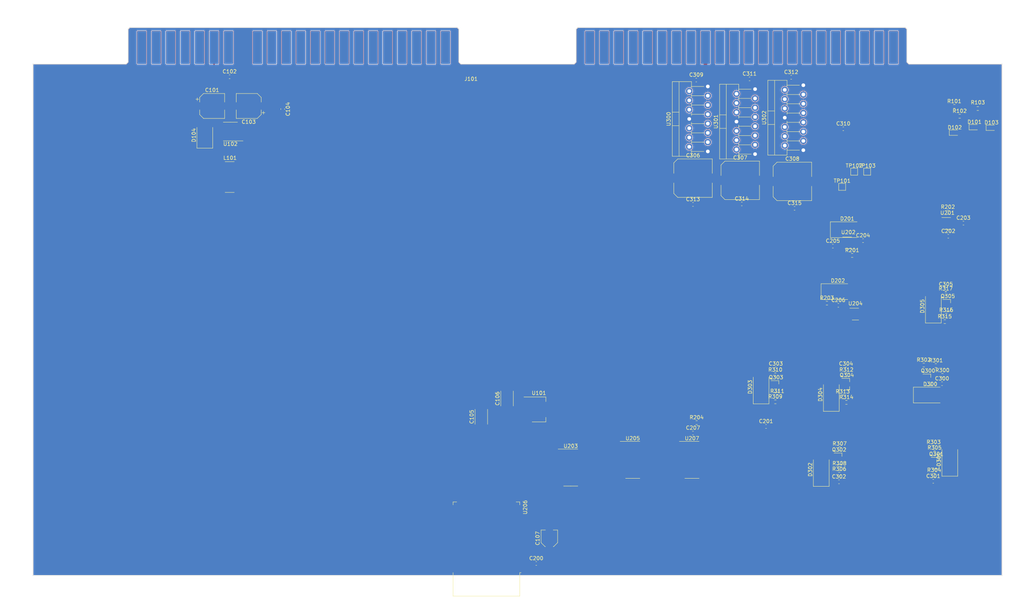
<source format=kicad_pcb>
(kicad_pcb (version 20201116) (generator pcbnew)
  (layers (0 "F.Cu" signal) (31 "B.Cu" signal) (34 "B.Paste" user) (35 "F.Paste" user) (36 "B.SilkS" user "B.Silkscreen") (37 "F.SilkS" user "F.Silkscreen") (38 "B.Mask" user) (39 "F.Mask" user) (44 "Edge.Cuts" user))
  (net 0 "")
  (net 1 "Net-(C105-Pad2)")
  (net 2 "Net-(D101-Pad2)")
  (net 3 "Net-(D102-Pad2)")
  (net 4 "Net-(D103-Pad2)")
  (net 5 "Net-(D104-Pad1)")
  (net 6 "no_connect_174")
  (net 7 "no_connect_172")
  (net 8 "no_connect_170")
  (net 9 "no_connect_168")
  (net 10 "no_connect_166")
  (net 11 "no_connect_163")
  (net 12 "no_connect_161")
  (net 13 "no_connect_159")
  (net 14 "no_connect_154")
  (net 15 "no_connect_147")
  (net 16 "no_connect_142")
  (net 17 "no_connect_140")
  (net 18 "no_connect_139")
  (net 19 "no_connect_136")
  (net 20 "no_connect_135")
  (net 21 "no_connect_134")
  (net 22 "G.3")
  (net 23 "G.4")
  (net 24 "no_connect_132")
  (net 25 "no_connect_130")
  (net 26 "no_connect_129")
  (net 27 "no_connect_128")
  (net 28 "no_connect_127")
  (net 29 "no_connect_184")
  (net 30 "no_connect_181")
  (net 31 "no_connect_178")
  (net 32 "no_connect_176")
  (net 33 "no_connect_164")
  (net 34 "no_connect_152")
  (net 35 "no_connect_137")
  (net 36 "no_connect_138")
  (net 37 "G.5")
  (net 38 "G.6")
  (net 39 "no_connect_153")
  (net 40 "no_connect_165")
  (net 41 "no_connect_177")
  (net 42 "no_connect_179")
  (net 43 "no_connect_180")
  (net 44 "no_connect_182")
  (net 45 "no_connect_183")
  (net 46 "no_connect_131")
  (net 47 "no_connect_133")
  (net 48 "no_connect_141")
  (net 49 "no_connect_143")
  (net 50 "no_connect_144")
  (net 51 "no_connect_145")
  (net 52 "no_connect_146")
  (net 53 "no_connect_148")
  (net 54 "no_connect_149")
  (net 55 "no_connect_150")
  (net 56 "no_connect_151")
  (net 57 "no_connect_155")
  (net 58 "no_connect_156")
  (net 59 "no_connect_157")
  (net 60 "no_connect_158")
  (net 61 "no_connect_160")
  (net 62 "no_connect_162")
  (net 63 "no_connect_167")
  (net 64 "no_connect_169")
  (net 65 "no_connect_171")
  (net 66 "no_connect_173")
  (net 67 "GND")
  (net 68 "+5V")
  (net 69 "no_connect_175")
  (net 70 "Net-(Q300-Pad2)")
  (net 71 "Net-(Q301-Pad2)")
  (net 72 "+24V")
  (net 73 "Net-(Q302-Pad2)")
  (net 74 "VCC")
  (net 75 "A_HALL_PWR")
  (net 76 "B_HALL_PWR")
  (net 77 "C_HALL_PWR")
  (net 78 "D_HALL_PWR")
  (net 79 "E_HALL_PWR")
  (net 80 "F_HALL_PWR")
  (net 81 "ABCDEF_HALL_ROTOR")
  (net 82 "ABCDEF_HALL_INDEX")
  (net 83 "Net-(Q303-Pad2)")
  (net 84 "Net-(Q304-Pad2)")
  (net 85 "Net-(Q305-Pad2)")
  (net 86 "F_MO_POS")
  (net 87 "E_MOT_POS")
  (net 88 "D_MOT_POS")
  (net 89 "C_MOT_POS")
  (net 90 "B_MOT_POS")
  (net 91 "A_MOT_POS")
  (net 92 "F_MOT_NEG")
  (net 93 "E_MOT_NEG")
  (net 94 "D_MOT_NEG")
  (net 95 "C_MOT_NEG")
  (net 96 "B_MOT_NEG")
  (net 97 "A_MOT_NEG")
  (net 98 "ABCDEF_HALL_GND")
  (net 99 "Net-(U102-Pad5)")
  (net 100 "Net-(U203-Pad9)")
  (net 101 "~A_HALL_PWR_EN~")
  (net 102 "Net-(U205-Pad10)")
  (net 103 "~B_HALL_PWR_EN~")
  (net 104 "Net-(U205-Pad9)")
  (net 105 "~C_HALL_PWR_EN~")
  (net 106 "Net-(U205-Pad7)")
  (net 107 "~D_HALL_PWR_EN~")
  (net 108 "Net-(U205-Pad6)")
  (net 109 "~E_HALL_PWR_EN~")
  (net 110 "Net-(U206-Pad1)")
  (net 111 "~F_HALL_PWR_EN~")
  (net 112 "/ESP32_Shiftregs/~HALL_EN_3V~")
  (net 113 "/ESP32_Shiftregs/MOT_EN_3V")
  (net 114 "Net-(U206-Pad37)")
  (net 115 "Net-(U206-Pad36)")
  (net 116 "B_MOT_NEG_DRV")
  (net 117 "GLOBAL_MOT_EN")
  (net 118 "B_MOT_POS_DRV")
  (net 119 "A_MOT_NEG_DRV")
  (net 120 "A_MOT_POS_DRV")
  (net 121 "D_MOT_NEG_DRV")
  (net 122 "D_MOT_POS_DRV")
  (net 123 "C_MOT_NEG_DRV")
  (net 124 "C_MOT_POS_DRV")
  (net 125 "F_MOT_POS")
  (net 126 "F_MOT_NEG_DRV")
  (net 127 "F_MOT_POS_DRV")
  (net 128 "E_MOT_NEG_DRV")
  (net 129 "E_MOT_POS_DRV")
  (net 130 "Net-(U206-Pad35)")
  (net 131 "Net-(U206-Pad34)")
  (net 132 "Net-(U206-Pad33)")
  (net 133 "Net-(U206-Pad31)")
  (net 134 "Net-(U206-Pad30)")
  (net 135 "no_connect_126")
  (net 136 "Net-(U206-Pad29)")
  (net 137 "Net-(U206-Pad28)")
  (net 138 "Net-(U206-Pad27)")
  (net 139 "Net-(U206-Pad26)")
  (net 140 "Net-(U206-Pad25)")
  (net 141 "Net-(U206-Pad24)")
  (net 142 "Net-(U206-Pad23)")
  (net 143 "Net-(U206-Pad22)")
  (net 144 "Net-(U206-Pad21)")
  (net 145 "Net-(U206-Pad20)")
  (net 146 "Net-(U206-Pad19)")
  (net 147 "Net-(U206-Pad18)")
  (net 148 "Net-(U206-Pad17)")
  (net 149 "Net-(U206-Pad16)")
  (net 150 "Net-(U206-Pad14)")
  (net 151 "Net-(U206-Pad13)")
  (net 152 "Net-(U206-Pad4)")
  (net 153 "/ESP32_Shiftregs/HALL_ROTOR_3V")
  (net 154 "/ESP32_Shiftregs/SPI_COPI")
  (net 155 "/ESP32_Shiftregs/HALL_INDEX_3V")
  (net 156 "/ESP32_Shiftregs/~SPI_CS0~")
  (net 157 "/ESP32_Shiftregs/SPI_SCLK")
  (net 158 "Net-(U206-Pad3)")
  (net 159 "Net-(U205-Pad5)")
  (net 160 "Net-(U205-Pad4)")
  (net 161 "/ESP32_Shiftregs/A_MOT_POS_DRV")
  (net 162 "/ESP32_Shiftregs/D_MOT_NEG_DRV")
  (net 163 "/ESP32_Shiftregs/D_MOT_POS_DRV")
  (net 164 "/ESP32_Shiftregs/C_MOT_NEG_DRV")
  (net 165 "/ESP32_Shiftregs/C_MOT_POS_DRV")
  (net 166 "/ESP32_Shiftregs/B_MOT_NEG_DRV")
  (net 167 "/ESP32_Shiftregs/B_MOT_POS_DRV")
  (net 168 "/ESP32_Shiftregs/A_MOT_NEG_DRV")
  (net 169 "/ESP32_Shiftregs/E_MOT_POS_DRV")
  (net 170 "Net-(U207-Pad10)")
  (net 171 "Net-(U207-Pad9)")
  (net 172 "Net-(U207-Pad7)")
  (net 173 "Net-(U207-Pad6)")
  (net 174 "Net-(U207-Pad5)")
  (net 175 "Net-(U206-Pad5)")
  (net 176 "/ESP32_Shiftregs/F_MOT_NEG_DRV")
  (net 177 "/ESP32_Shiftregs/F_MOT_POS_DRV")
  (net 178 "/ESP32_Shiftregs/E_MOT_NEG_DRV")
  (net 179 "/ESP32_Shiftregs/~A_HALL_PWR_EN~")
  (net 180 "/ESP32_Shiftregs/~E_HALL_PWR_EN~")
  (net 181 "/ESP32_Shiftregs/~D_HALL_PWR_EN~")
  (net 182 "/ESP32_Shiftregs/~C_HALL_PWR_EN~")
  (net 183 "/ESP32_Shiftregs/~B_HALL_PWR_EN~")
  (footprint "autophon-nerdblatt:autophon-pcb-edge-connector" (layer "F.Cu") (at 211.5 77.5)
    (fp_text reference "J101")
    (fp_text value "board-edge-connector")
    (fp_line (start -15.5 0) (end 15.5 0) (layer "Edge.Cuts") (width 0.12))
    (fp_line (start 16 -0.5) (end 16 -9.5) (layer "Edge.Cuts") (width 0.12))
    (fp_line (start 106.5 -0.5) (end 106.5 -9.5) (layer "Edge.Cuts") (width 0.12))
    (fp_line (start -16 -0.5) (end -16 -9.5) (layer "Edge.Cuts") (width 0.12))
    (fp_line (start 15.5 0) (end 16 -0.5) (layer "Edge.Cuts") (width 0.12))
    (fp_line (start 16 -9.5) (end 16.5 -10) (layer "Edge.Cuts") (width 0.12))
    (fp_line (start -107 0) (end -106.5 -0.5) (layer "Edge.Cuts") (width 0.12))
    (fp_line (start -106 -10) (end -16.5 -10) (layer "Edge.Cuts") (width 0.12))
    (fp_line (start 107 0) (end 132.5 0) (layer "Edge.Cuts") (width 0.12))
    (fp_line (start -16 -0.5) (end -15.5 0) (layer "Edge.Cuts") (width 0.12))
    (fp_line (start -132.5 0) (end -107 0) (layer "Edge.Cuts") (width 0.12))
    (fp_line (start -16.5 -10) (end -16 -9.5) (layer "Edge.Cuts") (width 0.12))
    (fp_line (start 16.5 -10) (end 106 -10) (layer "Edge.Cuts") (width 0.12))
    (fp_line (start 106 -10) (end 106.5 -9.5) (layer "Edge.Cuts") (width 0.12))
    (fp_line (start 106.5 -0.5) (end 107 0) (layer "Edge.Cuts") (width 0.12))
    (fp_line (start -106.5 -0.5) (end -106.5 -9.5) (layer "Edge.Cuts") (width 0.12))
    (fp_line (start -106.5 -9.5) (end -106 -10) (layer "Edge.Cuts") (width 0.12))
  )
  (footprint "Capacitor_SMD:CP_Elec_6.3x7.7" (layer "F.Cu") (at 128 89)
    (fp_text reference "C101")
    (fp_text value "120u")
  )
  (footprint "Capacitor_SMD:C_0603_1608Metric" (layer "F.Cu") (at 132.775 81)
    (fp_text reference "C102")
    (fp_text value "100n/25V")
  )
  (footprint "Capacitor_SMD:CP_Elec_6.3x7.7" (layer "F.Cu") (at 138 89 180)
    (fp_text reference "C103")
    (fp_text value "120u")
  )
  (footprint "Capacitor_SMD:C_0603_1608Metric" (layer "F.Cu") (at 147.3 89.85 -90)
    (fp_text reference "C104")
    (fp_text value "100n")
  )
  (footprint "Capacitor_SMD:C_Elec_4x5.8" (layer "F.Cu") (at 220.2 207.3 90)
    (fp_text reference "C107")
    (fp_text value "22u")
  )
  (footprint "Capacitor_SMD:C_0603_1608Metric" (layer "F.Cu") (at 259.475 115.95)
    (fp_text reference "C313")
    (fp_text value "100n/25V")
  )
  (footprint "Capacitor_SMD:C_0603_1608Metric" (layer "F.Cu") (at 272.825 115.8)
    (fp_text reference "C314")
    (fp_text value "100n/25V")
  )
  (footprint "Capacitor_SMD:C_0603_1608Metric" (layer "F.Cu") (at 287.25 117)
    (fp_text reference "C315")
    (fp_text value "100n/25V")
  )
  (footprint "Capacitor_SMD:C_0603_1608Metric" (layer "F.Cu") (at 260.375 81.9)
    (fp_text reference "C309")
    (fp_text value "100n")
  )
  (footprint "Capacitor_SMD:C_0603_1608Metric" (layer "F.Cu") (at 300.575 95.25)
    (fp_text reference "C310")
    (fp_text value "100n")
  )
  (footprint "Capacitor_SMD:C_0603_1608Metric" (layer "F.Cu") (at 274.95 81.6)
    (fp_text reference "C311")
    (fp_text value "100n")
  )
  (footprint "Capacitor_SMD:C_0603_1608Metric" (layer "F.Cu") (at 286.325 81.15)
    (fp_text reference "C312")
    (fp_text value "100n")
  )
  (footprint "Capacitor_SMD:C_0603_1608Metric" (layer "F.Cu") (at 327.575 165)
    (fp_text reference "C300")
    (fp_text value "100n")
  )
  (footprint "Capacitor_SMD:C_0603_1608Metric" (layer "F.Cu") (at 325.175 191.7)
    (fp_text reference "C301")
    (fp_text value "100n")
  )
  (footprint "Capacitor_SMD:C_0603_1608Metric" (layer "F.Cu") (at 299.4 191.85)
    (fp_text reference "C302")
    (fp_text value "100n")
  )
  (footprint "Capacitor_SMD:C_0603_1608Metric" (layer "F.Cu") (at 282.125 160.95)
    (fp_text reference "C303")
    (fp_text value "100n")
  )
  (footprint "Capacitor_SMD:C_0603_1608Metric" (layer "F.Cu") (at 301.325 160.95)
    (fp_text reference "C304")
    (fp_text value "100n")
  )
  (footprint "Capacitor_SMD:C_0603_1608Metric" (layer "F.Cu") (at 328.625 139.2)
    (fp_text reference "C305")
    (fp_text value "100n")
  )
  (footprint "Capacitor_SMD:C_0603_1608Metric" (layer "F.Cu") (at 297.725 127.35)
    (fp_text reference "C205")
    (fp_text value "1n")
  )
  (footprint "Capacitor_SMD:C_0603_1608Metric" (layer "F.Cu") (at 333.425 121.05)
    (fp_text reference "C203")
    (fp_text value "1n")
  )
  (footprint "LED_SMD:LED_0603_1608Metric" (layer "F.Cu") (at 336.45 94.8)
    (fp_text reference "D101")
    (fp_text value "LED gn")
  )
  (footprint "LED_SMD:LED_0603_1608Metric" (layer "F.Cu") (at 331.05 96.3)
    (fp_text reference "D102")
    (fp_text value "LED gn")
  )
  (footprint "LED_SMD:LED_0603_1608Metric" (layer "F.Cu") (at 341.1 94.95)
    (fp_text reference "D103")
    (fp_text value "LED gn")
  )
  (footprint "Diode_SMD:D_SMB_Handsoldering" (layer "F.Cu") (at 324.35 168.1)
    (fp_text reference "D300")
    (fp_text value "5v1")
  )
  (footprint "Diode_SMD:D_SMB_Handsoldering" (layer "F.Cu") (at 329.7 185.7 90)
    (fp_text reference "D301")
    (fp_text value "5v1")
  )
  (footprint "Diode_SMD:D_SMB_Handsoldering" (layer "F.Cu") (at 294.55 188.5 90)
    (fp_text reference "D302")
    (fp_text value "5v1")
  )
  (footprint "Diode_SMD:D_SMB_Handsoldering" (layer "F.Cu") (at 278.1 165.9 90)
    (fp_text reference "D303")
    (fp_text value "5v1")
  )
  (footprint "Diode_SMD:D_SMB_Handsoldering" (layer "F.Cu") (at 297.3 167.95 90)
    (fp_text reference "D304")
    (fp_text value "5v1")
  )
  (footprint "Diode_SMD:D_SMB_Handsoldering" (layer "F.Cu") (at 325.2 143.8 90)
    (fp_text reference "D305")
    (fp_text value "5v1")
  )
  (footprint "Diode_SMD:D_SMB_Handsoldering" (layer "F.Cu") (at 299.1 139.8)
    (fp_text reference "D202")
    (fp_text value "5v1")
  )
  (footprint "Diode_SMD:D_SMB_Handsoldering" (layer "F.Cu") (at 301.65 122.85)
    (fp_text reference "D201")
    (fp_text value "5v1")
  )
  (footprint "Inductor_SMD:L_Bourns-SRN8040_8x8.15mm" (layer "F.Cu") (at 132.8 108.45)
    (fp_text reference "L101")
    (fp_text value "100uH")
  )
  (footprint "Package_TO_SOT_SMD:SOT-23" (layer "F.Cu") (at 323.75 163.95)
    (fp_text reference "Q300")
    (fp_text value "BSS84")
  )
  (footprint "Package_TO_SOT_SMD:SOT-23" (layer "F.Cu") (at 326 186.75)
    (fp_text reference "Q301")
    (fp_text value "BSS84")
  )
  (footprint "Package_TO_SOT_SMD:SOT-23" (layer "F.Cu") (at 299.45 185.55)
    (fp_text reference "Q302")
    (fp_text value "BSS84")
  )
  (footprint "Package_TO_SOT_SMD:SOT-23" (layer "F.Cu") (at 282.2 165.75)
    (fp_text reference "Q303")
    (fp_text value "BSS84")
  )
  (footprint "Package_TO_SOT_SMD:SOT-23" (layer "F.Cu") (at 301.55 165.15)
    (fp_text reference "Q304")
    (fp_text value "BSS84")
  )
  (footprint "Package_TO_SOT_SMD:SOT-23" (layer "F.Cu") (at 329.15 143.55)
    (fp_text reference "Q305")
    (fp_text value "BSS84")
  )
  (footprint "Resistor_SMD:R_0603_1608Metric" (layer "F.Cu") (at 330.925 89.125)
    (fp_text reference "R101")
    (fp_text value "1k2")
  )
  (footprint "Resistor_SMD:R_0603_1608Metric" (layer "F.Cu") (at 332.4 91.8)
    (fp_text reference "R102")
    (fp_text value "200R")
  )
  (footprint "Resistor_SMD:R_0603_1608Metric" (layer "F.Cu") (at 337.35 89.7)
    (fp_text reference "R103")
    (fp_text value "100R")
  )
  (footprint "Resistor_SMD:R_0603_1608Metric" (layer "F.Cu") (at 325.875 160.05)
    (fp_text reference "R301")
    (fp_text value "10k")
  )
  (footprint "Resistor_SMD:R_0603_1608Metric" (layer "F.Cu") (at 325.425 190.05)
    (fp_text reference "R304")
    (fp_text value "10k")
  )
  (footprint "Resistor_SMD:R_0603_1608Metric" (layer "F.Cu") (at 299.575 182.825)
    (fp_text reference "R307")
    (fp_text value "10k")
  )
  (footprint "Resistor_SMD:R_0603_1608Metric" (layer "F.Cu") (at 282 162.6)
    (fp_text reference "R310")
    (fp_text value "10k")
  )
  (footprint "Resistor_SMD:R_0603_1608Metric" (layer "F.Cu") (at 300.425 168.575)
    (fp_text reference "R313")
    (fp_text value "10k")
  )
  (footprint "Resistor_SMD:R_0603_1608Metric" (layer "F.Cu") (at 328.725 146.25)
    (fp_text reference "R316")
    (fp_text value "10k")
  )
  (footprint "Resistor_SMD:R_0603_1608Metric" (layer "F.Cu") (at 322.575 159.9)
    (fp_text reference "R302")
    (fp_text value "10k")
  )
  (footprint "Resistor_SMD:R_0603_1608Metric" (layer "F.Cu") (at 325.525 183.925)
    (fp_text reference "R305")
    (fp_text value "10k")
  )
  (footprint "Resistor_SMD:R_0603_1608Metric" (layer "F.Cu") (at 299.525 188.225)
    (fp_text reference "R308")
    (fp_text value "10k")
  )
  (footprint "Resistor_SMD:R_0603_1608Metric" (layer "F.Cu") (at 282.525 168.45)
    (fp_text reference "R311")
    (fp_text value "10k")
  )
  (footprint "Resistor_SMD:R_0603_1608Metric" (layer "F.Cu") (at 301.425 170.1)
    (fp_text reference "R314")
    (fp_text value "10k")
  )
  (footprint "Resistor_SMD:R_0603_1608Metric" (layer "F.Cu") (at 328.575 140.4)
    (fp_text reference "R317")
    (fp_text value "10k")
  )
  (footprint "Resistor_SMD:R_0603_1608Metric" (layer "F.Cu") (at 327.675 162.75)
    (fp_text reference "R300")
    (fp_text value "51R")
  )
  (footprint "Resistor_SMD:R_0603_1608Metric" (layer "F.Cu") (at 325.275 182.4)
    (fp_text reference "R303")
    (fp_text value "51R")
  )
  (footprint "Resistor_SMD:R_0603_1608Metric" (layer "F.Cu") (at 299.475 189.75)
    (fp_text reference "R306")
    (fp_text value "51R")
  )
  (footprint "Resistor_SMD:R_0603_1608Metric" (layer "F.Cu") (at 282 169.95)
    (fp_text reference "R309")
    (fp_text value "51R")
  )
  (footprint "Resistor_SMD:R_0603_1608Metric" (layer "F.Cu") (at 301.425 162.6)
    (fp_text reference "R312")
    (fp_text value "51R")
  )
  (footprint "Resistor_SMD:R_0603_1608Metric" (layer "F.Cu") (at 328.325 148.025)
    (fp_text reference "R315")
    (fp_text value "51R")
  )
  (footprint "Resistor_SMD:R_0603_1608Metric" (layer "F.Cu") (at 296.1 142.95)
    (fp_text reference "R203")
    (fp_text value "4k7")
  )
  (footprint "Resistor_SMD:R_0603_1608Metric" (layer "F.Cu") (at 303 129.9)
    (fp_text reference "R201")
    (fp_text value "4k7")
  )
  (footprint "Resistor_SMD:R_0603_1608Metric" (layer "F.Cu") (at 260.475 175.65)
    (fp_text reference "R204")
    (fp_text value "10k")
  )
  (footprint "Resistor_SMD:R_0603_1608Metric" (layer "F.Cu") (at 329.175 118.05)
    (fp_text reference "R202")
    (fp_text value "10k")
  )
  (footprint "TestPoint:TestPoint_Pad_1.5x1.5mm" (layer "F.Cu") (at 300.26 111.13)
    (fp_text reference "TP101")
    (fp_text value "24V")
  )
  (footprint "TestPoint:TestPoint_Pad_1.5x1.5mm" (layer "F.Cu") (at 303.54 106.99)
    (fp_text reference "TP102")
    (fp_text value "5V")
  )
  (footprint "TestPoint:TestPoint_Pad_1.5x1.5mm" (layer "F.Cu") (at 307.09 106.99)
    (fp_text reference "TP103")
    (fp_text value "VCC")
  )
  (footprint "Package_SO:SO-8_3.9x4.9mm_P1.27mm" (layer "F.Cu") (at 133 96 180)
    (fp_text reference "U102")
    (fp_text value "LM2594M-5.0")
  )
  (footprint "Package_TO_SOT_THT:TO-220-15_P2.54x2.54mm_StaggerOdd_Lead4.58mm_Vertical" (layer "F.Cu") (at 263.53 101.44 90)
    (fp_text reference "U300")
    (fp_text value "L298HN")
  )
  (footprint "Package_TO_SOT_THT:TO-220-15_P2.54x2.54mm_StaggerOdd_Lead4.58mm_Vertical" (layer "F.Cu") (at 276.45 102.17 90)
    (fp_text reference "U301")
    (fp_text value "L298HN")
  )
  (footprint "Package_TO_SOT_THT:TO-220-15_P2.54x2.54mm_StaggerOdd_Lead4.58mm_Vertical" (layer "F.Cu") (at 289.65 101.1 90)
    (fp_text reference "U302")
    (fp_text value "L298HN")
  )
  (footprint "RF_Module:ESP32-WROOM-32" (layer "F.Cu") (at 203 207.245 180)
    (fp_text reference "U206")
    (fp_text value "ESP32-WROOM-32")
  )
  (footprint "Package_TO_SOT_SMD:SOT-23-5" (layer "F.Cu") (at 303.9 145.95)
    (fp_text reference "U204")
    (fp_text value "SN74LV1T34")
  )
  (footprint "Package_TO_SOT_SMD:SOT-23-5" (layer "F.Cu") (at 301.95 126.45)
    (fp_text reference "U202")
    (fp_text value "SN74LV1T34")
  )
  (footprint "Package_TO_SOT_SMD:SOT-23-5" (layer "F.Cu") (at 329.05 121.15)
    (fp_text reference "U201")
    (fp_text value "SN74LV1T34")
  )
  (footprint "Package_SO:SO-16_3.9x9.9mm_P1.27mm" (layer "F.Cu") (at 226.05 187.95)
    (fp_text reference "U203")
    (fp_text value "74AHCT595")
  )
  (footprint "Package_SO:SO-16_3.9x9.9mm_P1.27mm" (layer "F.Cu") (at 243 185.85)
    (fp_text reference "U205")
    (fp_text value "74AHCT595")
  )
  (footprint "Package_SO:SO-16_3.9x9.9mm_P1.27mm" (layer "F.Cu") (at 259.2 185.85)
    (fp_text reference "U207")
    (fp_text value "74AHCT595")
  )
  (footprint "Capacitor_SMD:C_Elec_10x10.2" (layer "F.Cu") (at 286.65 109.65)
    (fp_text reference "C308")
    (fp_text value "470uF")
  )
  (footprint "Capacitor_SMD:C_0603_1608Metric" (layer "F.Cu") (at 329.275 124.65)
    (fp_text reference "C202")
    (fp_text value "1n")
  )
  (footprint "Capacitor_SMD:C_2512_6332Metric" (layer "F.Cu") (at 208.65 169.05 90)
    (fp_text reference "C106")
    (fp_text value "10u")
  )
  (footprint "Diode_SMD:D_SMB" (layer "F.Cu") (at 126 97 90)
    (fp_text reference "D104")
    (fp_text value "MBRS130")
  )
  (footprint "Capacitor_SMD:C_Elec_10x10.2" (layer "F.Cu") (at 259.5 108.75)
    (fp_text reference "C306")
    (fp_text value "470uF")
  )
  (footprint "Capacitor_SMD:C_0603_1608Metric" (layer "F.Cu") (at 216.625 214.2)
    (fp_text reference "C200")
    (fp_text value "100n")
  )
  (footprint "Capacitor_SMD:C_2512_6332Metric" (layer "F.Cu") (at 201.6 174.05 90)
    (fp_text reference "C105")
    (fp_text value "10u")
  )
  (footprint "Package_TO_SOT_SMD:SOT-223-3_TabPin2" (layer "F.Cu") (at 217.35 172.05)
    (fp_text reference "U101")
    (fp_text value "LM1117-3.3")
  )
  (footprint "Capacitor_SMD:C_0603_1608Metric" (layer "F.Cu") (at 259.475 178.5)
    (fp_text reference "C207")
    (fp_text value "1n")
  )
  (footprint "Capacitor_SMD:C_0603_1608Metric" (layer "F.Cu") (at 279.45 176.7)
    (fp_text reference "C201")
    (fp_text value "100n")
  )
  (footprint "Capacitor_SMD:C_Elec_10x10.2" (layer "F.Cu") (at 272.4 109.35)
    (fp_text reference "C307")
    (fp_text value "470uF")
  )
  (footprint "Capacitor_SMD:C_0603_1608Metric" (layer "F.Cu") (at 299.225 143.55)
    (fp_text reference "C206")
    (fp_text value "1n")
  )
  (footprint "Capacitor_SMD:C_0603_1608Metric" (layer "F.Cu") (at 305.975 125.85)
    (fp_text reference "C204")
    (fp_text value "1n")
  )
  (gr_line (start 344 217.5) (end 79 217.5) (layer "Edge.Cuts") (width 0.1))
  (gr_line (start 344 77.5) (end 344 217.5) (layer "Edge.Cuts") (width 0.1))
  (gr_line (start 79 77.5) (end 79 217.5) (layer "Edge.Cuts") (width 0.1))
  (segment (start 130.425 97.905) (end 131.355 97.905) (width 0.4) (layer "F.Cu") (net 5))
  (segment (start 131.6 98.15) (end 131.6 102) (width 0.4) (layer "F.Cu") (net 5))
  (segment (start 127.35 99.15) (end 126 99.15) (width 0.4) (layer "F.Cu") (net 5))
  (segment (start 131.355 97.905) (end 131.6 98.15) (width 0.4) (layer "F.Cu") (net 5))
  (segment (start 128.595 97.905) (end 127.35 99.15) (width 0.4) (layer "F.Cu") (net 5))
  (segment (start 130.425 97.905) (end 128.595 97.905) (width 0.4) (layer "F.Cu") (net 5))
  (segment (start 135.3 85.95) (end 136.5 84.75) (width 0.4) (layer "F.Cu") (net 67))
  (segment (start 136.35 81) (end 136.5 80.85) (width 0.4) (layer "F.Cu") (net 67))
  (segment (start 130.7 89) (end 135.3 89) (width 0.4) (layer "F.Cu") (net 67))
  (segment (start 136.5 80.85) (end 136.5 82.05) (width 0.4) (layer "F.Cu") (net 67))
  (segment (start 135.3 89) (end 135.3 85.95) (width 0.4) (layer "F.Cu") (net 67))
  (segment (start 136.5 84.75) (end 136.5 82.05) (width 0.4) (layer "F.Cu") (net 67))
  (segment (start 126 94.85) (end 126.515 95.365) (width 0.4) (layer "F.Cu") (net 67))
  (segment (start 126.515 95.365) (end 130.425 95.365) (width 0.4) (layer "F.Cu") (net 67))
  (segment (start 133.55 81) (end 136.35 81) (width 0.4) (layer "F.Cu") (net 67))
  (segment (start 136.435 77.5) (end 136.5 77.565) (width 0.4) (layer "F.Cu") (net 67))
  (segment (start 136.5 77.565) (end 136.5 80.85) (width 0.4) (layer "F.Cu") (net 67))
  (segment (start 140.7 89) (end 136.45 93.25) (width 0.4) (layer "F.Cu") (net 68))
  (segment (start 134.4 102) (end 135.75 102) (width 0.4) (layer "F.Cu") (net 68))
  (segment (start 135.75 102) (end 137.55 100.2) (width 0.4) (layer "F.Cu") (net 68))
  (segment (start 137.55 95.195) (end 136.45 94.095) (width 0.4) (layer "F.Cu") (net 68))
  (segment (start 137.55 100.2) (end 137.55 95.195) (width 0.4) (layer "F.Cu") (net 68))
  (segment (start 136.45 94.095) (end 135.575 94.095) (width 0.4) (layer "F.Cu") (net 68))
  (segment (start 136.45 93.25) (end 136.45 94.095) (width 0.4) (layer "F.Cu") (net 68))
  (segment (start 125.3 89) (end 125.3 90.2) (width 0.4) (layer "F.Cu") (net 72))
  (segment (start 123.9 91.6) (end 123.9 96.3) (width 0.4) (layer "F.Cu") (net 72))
  (segment (start 132 81) (end 128.55 81) (width 0.4) (layer "F.Cu") (net 72))
  (segment (start 123.9 96.3) (end 124.5 96.9) (width 0.4) (layer "F.Cu") (net 72))
  (segment (start 128.525 77.5) (end 128.525 80.975) (width 0.4) (layer "F.Cu") (net 72))
  (segment (start 128.4 96.9) (end 128.665 96.635) (width 0.4) (layer "F.Cu") (net 72))
  (segment (start 124.5 96.9) (end 128.4 96.9) (width 0.4) (layer "F.Cu") (net 72))
  (segment (start 128.665 96.635) (end 130.425 96.635) (width 0.4) (layer "F.Cu") (net 72))
  (segment (start 128.55 81) (end 128.525 80.975) (width 0.4) (layer "F.Cu") (net 72))
  (segment (start 128.525 82.975) (end 125.3 86.2) (width 0.4) (layer "F.Cu") (net 72))
  (segment (start 125.3 86.2) (end 125.3 89) (width 0.4) (layer "F.Cu") (net 72))
  (segment (start 125.3 90.2) (end 123.9 91.6) (width 0.4) (layer "F.Cu") (net 72))
  (segment (start 128.525 80.975) (end 128.525 82.975) (width 0.4) (layer "F.Cu") (net 72))
  (segment (start 262.89 77.5) (end 262.89 77.89) (width 1) (layer "F.Cu") (net 91))
  (zone (net 67) (net_name "GND") (layer "F.Cu") (connect_pads yes (clearance 0.15)) (min_thickness 0.15) (fill yes (thermal_gap 0.508) (thermal_bridge_width 0.508))
    (polygon (pts (xy 345 220) (xy 75 220) (xy 75 65) (xy 345 65)))
  )
  (zone (net 67) (net_name "GND") (layer "B.Cu") (connect_pads yes (clearance 0.15)) (min_thickness 0.15) (fill yes (thermal_gap 0.508) (thermal_bridge_width 0.508))
    (polygon (pts (xy 350 225) (xy 70 225) (xy 70 60) (xy 350 60)))
  )
)
</source>
